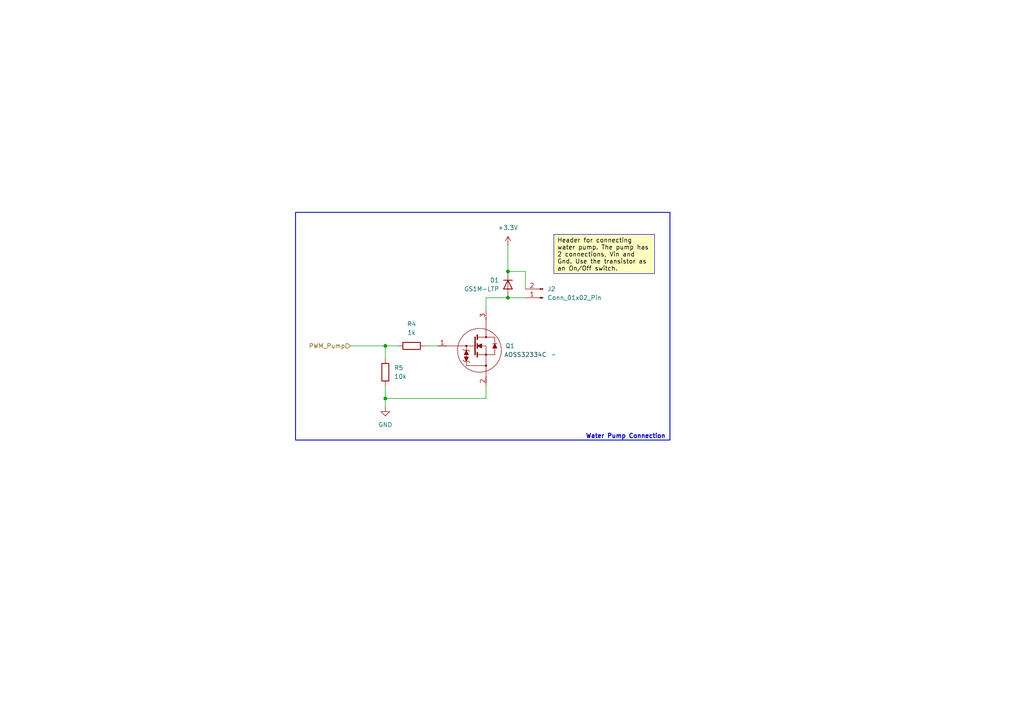
<source format=kicad_sch>
(kicad_sch (version 20231120) (generator "eeschema") (generator_version "8.0")
  (paper "A4")
  (title_block (title "Water Pump") (date "2024-12-04") (rev "1.0") (company "PACS"))
  (lib_symbols
    (symbol "AOSS32334C:AOSS32334C"
      (property "Reference" "Q" (at 0 0 0))
      (property "Ref Name" "AOSS32334C" (at 5.08 -2.54 0))
      (symbol "AOSS32334C_1_1"
        (circle (center -12.065 0) (radius 0.2337) (fill (type outline)))
        (circle (center -8.255 -1.27) (radius 6.35))
        (circle (center -6.3578 -5.7114) (radius 0.2337) (fill (type outline)))
        (circle (center -6.35 -2.54) (radius 0.2337) (fill (type outline)))
        (circle (center -6.35 2.54) (radius 0.2337) (fill (type outline)))
        (polyline (pts (xy -12.7 -4.445) (xy -13.0322 -4.1127)))
        (polyline (pts (xy -12.7 -1.27) (xy -13.0632 -0.9621)))
        (polyline (pts (xy -12.7 -1.27) (xy -11.43 -1.27)))
        (polyline (pts (xy -11.43 -4.445) (xy -12.7 -4.445)))
        (polyline (pts (xy -11.43 -4.445) (xy -11.0668 -4.7529)))
        (polyline (pts (xy -11.43 -1.27) (xy -11.0978 -1.6023)))
        (polyline (pts (xy -9.525 0) (xy -20.32 0)))
        (polyline (pts (xy -9.525 2.54) (xy -9.525 -2.54)) (stroke (width 0.381)))
        (polyline (pts (xy -8.89 -1.905) (xy -8.89 -3.175)) (stroke (width 0.381)))
        (polyline (pts (xy -8.89 0.635) (xy -8.89 -0.635)) (stroke (width 0.381)))
        (polyline (pts (xy -8.89 3.175) (xy -8.89 1.905)) (stroke (width 0.381)))
        (polyline (pts (xy -6.35 -2.54) (xy -6.35 -10.795)))
        (polyline (pts (xy -6.35 2.54) (xy -6.35 8.255)))
        (polyline (pts (xy -4.445 0.635) (xy -3.175 0.635)))
        (polyline (pts (xy -12.065 0) (xy -12.065 -5.715) (xy -6.2985 -5.7114)))
        (polyline (pts (xy -12.065 -4.445) (xy -11.43 -3.175) (xy -12.7 -3.175) (xy -12.065 -4.445)) (fill (type outline)))
        (polyline (pts (xy -12.065 -1.27) (xy -12.7 -2.54) (xy -11.43 -2.54) (xy -12.065 -1.27)) (fill (type outline)))
        (polyline (pts (xy -8.89 0) (xy -7.62 -0.635) (xy -7.62 0.635) (xy -8.89 0)) (fill (type outline)))
        (polyline (pts (xy -8.89 0) (xy -6.35 0) (xy -6.35 -2.54) (xy -8.89 -2.54)))
        (polyline (pts (xy -6.35 -2.54) (xy -3.81 -2.54) (xy -3.81 2.54) (xy -8.89 2.54)))
        (polyline (pts (xy -3.81 0.635) (xy -4.445 -0.635) (xy -3.175 -0.635) (xy -3.81 0.635)) (fill (type outline)))
        (pin input line (at -20.32 0 0) (length 2.54) (name "") (number "1"))
        (pin input line (at -6.35 -11.43 90) (length 2.54) (name "") (number "2"))
        (pin output line (at -6.35 10.16 270) (length 2.54) (name "") (number "3"))
      )
    )
    (symbol "Connector:Conn_01x02_Pin" (pin_names (offset 1.016) hide)
      (property "Reference" "J" (at 0 2.54 0))
      (property "Value" "Conn_01x02_Pin" (at 0 -5.08 0))
      (symbol "Conn_01x02_Pin_1_1"
        (polyline (pts (xy 1.27 -2.54) (xy 0.8636 -2.54)) (stroke (width 0.1524)))
        (polyline (pts (xy 1.27 0) (xy 0.8636 0)) (stroke (width 0.1524)))
        (rectangle (start 0.8636 -2.413) (end 0 -2.667) (stroke (width 0.1524)) (fill (type outline)))
        (rectangle (start 0.8636 0.127) (end 0 -0.127) (stroke (width 0.1524)) (fill (type outline)))
        (pin passive line (at 5.08 0 180) (length 3.81) (name "Pin_1") (number "1"))
        (pin passive line (at 5.08 -2.54 180) (length 3.81) (name "Pin_2") (number "2"))
      )
    )
    (symbol "Device:D" (pin_numbers hide) (pin_names (offset 1.016) hide)
      (property "Reference" "D" (at 0 2.54 0))
      (property "Value" "D" (at 0 -2.54 0))
      (symbol "D_0_1"
        (polyline (pts (xy -1.27 1.27) (xy -1.27 -1.27)) (stroke (width 0.254)))
        (polyline (pts (xy 1.27 0) (xy -1.27 0)))
        (polyline (pts (xy 1.27 1.27) (xy 1.27 -1.27) (xy -1.27 0) (xy 1.27 1.27)) (stroke (width 0.254)))
      )
      (symbol "D_1_1"
        (pin passive line (at -3.81 0 0) (length 2.54) (name "K") (number "1"))
        (pin passive line (at 3.81 0 180) (length 2.54) (name "A") (number "2"))
      )
    )
    (symbol "Device:R" (pin_numbers hide) (pin_names (offset 0))
      (property "Reference" "R" (at 2.032 0 90))
      (property "Value" "R" (at 0 0 90))
      (symbol "R_0_1"
        (rectangle (start -1.016 -2.54) (end 1.016 2.54) (stroke (width 0.254)))
      )
      (symbol "R_1_1"
        (pin passive line (at 0 3.81 270) (length 1.27) (name "~") (number "1"))
        (pin passive line (at 0 -3.81 90) (length 1.27) (name "~") (number "2"))
      )
    )
    (symbol "power:+3.3V" (power) (pin_numbers hide) (pin_names (offset 0) hide)
      (property "Value" "+3.3V" (at 0 3.556 0))
      (symbol "+3.3V_0_1"
        (polyline (pts (xy -0.762 1.27) (xy 0 2.54)))
        (polyline (pts (xy 0 0) (xy 0 2.54)))
        (polyline (pts (xy 0 2.54) (xy 0.762 1.27)))
      )
      (symbol "+3.3V_1_1"
        (pin power_in line (at 0 0 90) (length 0) (name "~") (number "1"))
      )
    )
    (symbol "power:GND" (power) (pin_numbers hide) (pin_names (offset 0) hide)
      (property "Value" "GND" (at 0 -3.81 0))
      (symbol "GND_0_1"
        (polyline (pts (xy 0 0) (xy 0 -1.27) (xy 1.27 -1.27) (xy 0 -2.54) (xy -1.27 -1.27) (xy 0 -1.27)))
      )
      (symbol "GND_1_1"
        (pin power_in line (at 0 0 270) (length 0) (name "~") (number "1"))
      )
    )
  )
  (junction (at 111.76 115.57))
  (junction (at 147.32 86.36))
  (junction (at 147.32 78.74))
  (junction (at 111.76 100.33))
  (wire (pts (xy 152.4 83.82) (xy 152.4 78.74)))
  (wire (pts (xy 123.19 100.33) (xy 127 100.33)))
  (wire (pts (xy 152.4 78.74) (xy 147.32 78.74)))
  (wire (pts (xy 111.76 115.57) (xy 140.97 115.57)))
  (wire (pts (xy 111.76 115.57) (xy 111.76 118.11)))
  (wire (pts (xy 152.4 86.36) (xy 147.32 86.36)))
  (wire (pts (xy 101.6 100.33) (xy 111.76 100.33)))
  (wire (pts (xy 140.97 86.36) (xy 140.97 90.17)))
  (wire (pts (xy 140.97 111.76) (xy 140.97 115.57)))
  (wire (pts (xy 147.32 86.36) (xy 140.97 86.36)))
  (wire (pts (xy 147.32 71.12) (xy 147.32 78.74)))
  (wire (pts (xy 111.76 100.33) (xy 111.76 104.14)))
  (wire (pts (xy 111.76 111.76) (xy 111.76 115.57)))
  (wire (pts (xy 111.76 100.33) (xy 115.57 100.33)))
  (rectangle (start 85.725 61.595) (end 194.31 127.635) (stroke (width 0.254)))
  (text_box "Header for connecting water pump. The pump has 2 connections, Vin and Gnd. Use the transistor as an On/Off switch." (at 160.655 67.945 0) (size 29.21 11.43) (fill (type color) (color 255 255 194 1)) (effects (font (size 1.27 1.27)) (justify left top)))
  (text "Water Pump Connection" (at 181.483 126.619 0) (effects (font (size 1.27 1.27) (thickness 0.254) (bold yes))))
  (hierarchical_label "PWM_Pump" (shape input) (at 101.6 100.33 180))
  (symbol (lib_id "power:+3.3V") (at 147.32 71.12 0) (unit 1)
    (property "Reference" "#PWR011" (effects (hide yes)))
    (property "Value" "+3.3V" (at 147.32 66.04 0))
    (property "Description" "Power symbol creates a global label with name \"+3.3V\"" (effects (hide yes)))
  )
  (symbol (lib_id "Device:R") (at 111.76 107.95 180) (unit 1)
    (property "Reference" "R5" (at 114.3 106.6799 0) (effects (justify right)))
    (property "Value" "10k" (at 114.3 109.2199 0) (effects (justify right)))
    (property "Description" "Resistor" (effects (hide yes)))
  )
  (symbol (lib_id "Device:R") (at 119.38 100.33 90) (unit 1)
    (property "Reference" "R4" (at 119.38 93.98 90))
    (property "Value" "1k" (at 119.38 96.52 90))
    (property "Description" "Resistor" (effects (hide yes)))
  )
  (symbol (lib_id "AOSS32334C:AOSS32334C") (at 147.32 100.33 0) (unit 1)
    (property "Reference" "Q1" (at 146.558 100.33 0) (effects (justify left)))
    (property "Value" "~" (at 160.02 102.87 0) (effects (justify left)))
    (property "Footprint" "Package_TO_SOT_SMD:TSOT-23" (effects (hide yes)))
    (property "Ref Name" "AOSS32334C" (at 152.4 102.87 0))
  )
  (symbol (lib_id "power:GND") (at 111.76 118.11 0) (unit 1)
    (property "Reference" "#PWR013" (effects (hide yes)))
    (property "Value" "GND" (at 111.76 123.19 0))
    (property "Description" "Power symbol creates a global label with name \"GND\" , ground" (effects (hide yes)))
  )
  (symbol (lib_id "Connector:Conn_01x02_Pin") (at 157.48 86.36 180) (unit 1)
    (property "Reference" "J2" (at 158.75 83.8199 0) (effects (justify right)))
    (property "Value" "Conn_01x02_Pin" (at 158.75 86.3599 0) (effects (justify right)))
    (property "Description" "Generic connector, single row, 01x02, script generated" (effects (hide yes)))
  )
  (symbol (lib_id "Device:D") (at 147.32 82.55 90) (mirror x) (unit 1)
    (property "Reference" "D1" (at 144.78 81.2799 90) (effects (justify left)))
    (property "Value" "GS1M-LTP" (at 144.78 83.8199 90) (effects (justify left)))
    (property "Description" "Diode" (effects (hide yes)))
    (property "Sim.Device" "D" (effects (hide yes)))
    (property "Sim.Pins" "1=K 2=A" (effects (hide yes)))
  )
)
</source>
